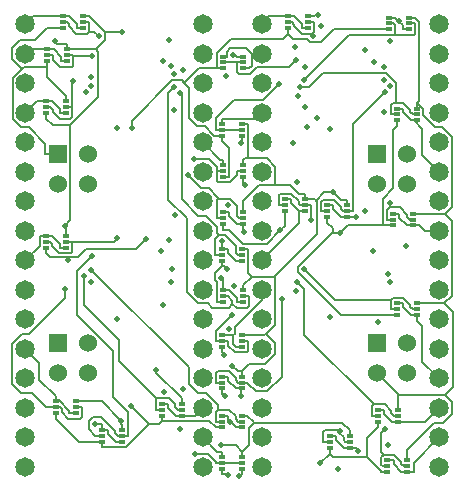
<source format=gbl>
G04 (created by PCBNEW (2013-jul-07)-stable) date Tue 06 Dec 2016 12:22:59 PM PST*
%MOIN*%
G04 Gerber Fmt 3.4, Leading zero omitted, Abs format*
%FSLAX34Y34*%
G01*
G70*
G90*
G04 APERTURE LIST*
%ADD10C,0.00590551*%
%ADD11R,0.06X0.06*%
%ADD12C,0.06*%
%ADD13C,0.065*%
%ADD14R,0.019685X0.0147638*%
%ADD15C,0.02*%
%ADD16C,0.007*%
G04 APERTURE END LIST*
G54D10*
G54D11*
X21744Y-24500D03*
G54D12*
X21744Y-25500D03*
X22744Y-24500D03*
X22744Y-25500D03*
G54D11*
X21744Y-30799D03*
G54D12*
X21744Y-31799D03*
X22744Y-30799D03*
X22744Y-31799D03*
G54D11*
X32374Y-24500D03*
G54D12*
X32374Y-25500D03*
X33374Y-24500D03*
X33374Y-25500D03*
G54D11*
X32374Y-30799D03*
G54D12*
X32374Y-31799D03*
X33374Y-30799D03*
X33374Y-31799D03*
G54D13*
X28543Y-28051D03*
X28543Y-29035D03*
X28543Y-30019D03*
X28543Y-31003D03*
X28543Y-31988D03*
X28543Y-32972D03*
X28543Y-33956D03*
X28543Y-34940D03*
X34448Y-34940D03*
X34448Y-33956D03*
X34448Y-32972D03*
X34448Y-31988D03*
X34448Y-31003D03*
X34448Y-30019D03*
X34448Y-29035D03*
X34448Y-28051D03*
X28543Y-20177D03*
X28543Y-21161D03*
X28543Y-22145D03*
X28543Y-23129D03*
X28543Y-24114D03*
X28543Y-25098D03*
X28543Y-26082D03*
X28543Y-27066D03*
X34448Y-27066D03*
X34448Y-26082D03*
X34448Y-25098D03*
X34448Y-24114D03*
X34448Y-23129D03*
X34448Y-22145D03*
X34448Y-21161D03*
X34448Y-20177D03*
X20669Y-28051D03*
X20669Y-29035D03*
X20669Y-30019D03*
X20669Y-31003D03*
X20669Y-31988D03*
X20669Y-32972D03*
X20669Y-33956D03*
X20669Y-34940D03*
X26574Y-34940D03*
X26574Y-33956D03*
X26574Y-32972D03*
X26574Y-31988D03*
X26574Y-31003D03*
X26574Y-30019D03*
X26574Y-29035D03*
X26574Y-28051D03*
X20669Y-20177D03*
X20669Y-21161D03*
X20669Y-22145D03*
X20669Y-23129D03*
X20669Y-24114D03*
X20669Y-25098D03*
X20669Y-26082D03*
X20669Y-27066D03*
X26574Y-27066D03*
X26574Y-26082D03*
X26574Y-25098D03*
X26574Y-24114D03*
X26574Y-23129D03*
X26574Y-22145D03*
X26574Y-21161D03*
X26574Y-20177D03*
G54D14*
X27933Y-21259D03*
X27933Y-21456D03*
X27933Y-21653D03*
X27263Y-21653D03*
X27263Y-21456D03*
X27263Y-21259D03*
X30098Y-19921D03*
X30098Y-20118D03*
X30098Y-20314D03*
X29429Y-20314D03*
X29429Y-20118D03*
X29429Y-19921D03*
X31476Y-33897D03*
X31476Y-34094D03*
X31476Y-34291D03*
X30807Y-34291D03*
X30807Y-34094D03*
X30807Y-33897D03*
X33405Y-34724D03*
X33405Y-34921D03*
X33405Y-35118D03*
X32736Y-35118D03*
X32736Y-34921D03*
X32736Y-34724D03*
X33090Y-33031D03*
X33090Y-33228D03*
X33090Y-33425D03*
X32421Y-33425D03*
X32421Y-33228D03*
X32421Y-33031D03*
X33720Y-29488D03*
X33720Y-29685D03*
X33720Y-29881D03*
X33051Y-29881D03*
X33051Y-29685D03*
X33051Y-29488D03*
X27893Y-31929D03*
X27893Y-32125D03*
X27893Y-32322D03*
X27224Y-32322D03*
X27224Y-32125D03*
X27224Y-31929D03*
X27893Y-30551D03*
X27893Y-30748D03*
X27893Y-30944D03*
X27224Y-30944D03*
X27224Y-30748D03*
X27224Y-30551D03*
X29980Y-26023D03*
X29980Y-26220D03*
X29980Y-26417D03*
X29311Y-26417D03*
X29311Y-26220D03*
X29311Y-26023D03*
X33602Y-26496D03*
X33602Y-26692D03*
X33602Y-26889D03*
X32933Y-26889D03*
X32933Y-26692D03*
X32933Y-26496D03*
X31397Y-26220D03*
X31397Y-26417D03*
X31397Y-26614D03*
X30728Y-26614D03*
X30728Y-26417D03*
X30728Y-26220D03*
X33720Y-22992D03*
X33720Y-23188D03*
X33720Y-23385D03*
X33051Y-23385D03*
X33051Y-23188D03*
X33051Y-22992D03*
X33444Y-19960D03*
X33444Y-20157D03*
X33444Y-20354D03*
X32775Y-20354D03*
X32775Y-20157D03*
X32775Y-19960D03*
X27893Y-23503D03*
X27893Y-23700D03*
X27893Y-23897D03*
X27224Y-23897D03*
X27224Y-23700D03*
X27224Y-23503D03*
X22578Y-19921D03*
X22578Y-20118D03*
X22578Y-20314D03*
X21909Y-20314D03*
X21909Y-20118D03*
X21909Y-19921D03*
X27893Y-34606D03*
X27893Y-34803D03*
X27893Y-35000D03*
X27224Y-35000D03*
X27224Y-34803D03*
X27224Y-34606D03*
X25885Y-32834D03*
X25885Y-33031D03*
X25885Y-33228D03*
X25216Y-33228D03*
X25216Y-33031D03*
X25216Y-32834D03*
X27893Y-33228D03*
X27893Y-33425D03*
X27893Y-33622D03*
X27224Y-33622D03*
X27224Y-33425D03*
X27224Y-33228D03*
X22342Y-32755D03*
X22342Y-32952D03*
X22342Y-33149D03*
X21673Y-33149D03*
X21673Y-32952D03*
X21673Y-32755D03*
X23877Y-33700D03*
X23877Y-33897D03*
X23877Y-34094D03*
X23208Y-34094D03*
X23208Y-33897D03*
X23208Y-33700D03*
X22027Y-27244D03*
X22027Y-27440D03*
X22027Y-27637D03*
X21358Y-27637D03*
X21358Y-27440D03*
X21358Y-27244D03*
X27933Y-29055D03*
X27933Y-29251D03*
X27933Y-29448D03*
X27263Y-29448D03*
X27263Y-29251D03*
X27263Y-29055D03*
X27893Y-27677D03*
X27893Y-27874D03*
X27893Y-28070D03*
X27224Y-28070D03*
X27224Y-27874D03*
X27224Y-27677D03*
X27933Y-26456D03*
X27933Y-26653D03*
X27933Y-26850D03*
X27263Y-26850D03*
X27263Y-26653D03*
X27263Y-26456D03*
X27933Y-24881D03*
X27933Y-25078D03*
X27933Y-25275D03*
X27263Y-25275D03*
X27263Y-25078D03*
X27263Y-24881D03*
X21358Y-23149D03*
X21358Y-22952D03*
X21358Y-22755D03*
X22027Y-22755D03*
X22027Y-22952D03*
X22027Y-23149D03*
X22066Y-21023D03*
X22066Y-21220D03*
X22066Y-21417D03*
X21397Y-21417D03*
X21397Y-21220D03*
X21397Y-21023D03*
G54D15*
X24212Y-23655D03*
X30500Y-34818D03*
X27313Y-32568D03*
X27433Y-35208D03*
X31145Y-27151D03*
X27393Y-28336D03*
X27272Y-31201D03*
X24704Y-27325D03*
X22095Y-28028D03*
X29168Y-27050D03*
X24181Y-32913D03*
X27410Y-26211D03*
X29981Y-22928D03*
X27615Y-28908D03*
X30386Y-23292D03*
X25463Y-20717D03*
X23730Y-23656D03*
X27440Y-30339D03*
X23720Y-30021D03*
X29648Y-20929D03*
X30807Y-23679D03*
X33361Y-27558D03*
X30832Y-29953D03*
X27354Y-21904D03*
X25637Y-23031D03*
X25283Y-32442D03*
X25268Y-29551D03*
X32810Y-20743D03*
X32607Y-23100D03*
X32755Y-34217D03*
X32419Y-30093D03*
X25924Y-21722D03*
X25547Y-28347D03*
X32606Y-22028D03*
X32270Y-27730D03*
X32283Y-21430D03*
X25184Y-27730D03*
X25519Y-21586D03*
X25637Y-21851D03*
X25451Y-27380D03*
X32612Y-21605D03*
X29728Y-25432D03*
X22690Y-22440D03*
X29759Y-22562D03*
X22839Y-28773D03*
X29693Y-29064D03*
X31102Y-34997D03*
X23121Y-20586D03*
X23737Y-27321D03*
X30242Y-20573D03*
X30176Y-26723D03*
X22887Y-21253D03*
X29690Y-21369D03*
X27571Y-29874D03*
X22896Y-27911D03*
X30063Y-23610D03*
X29985Y-21593D03*
X29219Y-29336D03*
X23001Y-33493D03*
X29595Y-24131D03*
X27862Y-32569D03*
X22245Y-22078D03*
X22001Y-29014D03*
X29115Y-22185D03*
X27842Y-24146D03*
X26304Y-24668D03*
X22863Y-21947D03*
X22860Y-28363D03*
X29958Y-22050D03*
X29960Y-28347D03*
X27986Y-25525D03*
X27496Y-33450D03*
X33113Y-20063D03*
X26079Y-25213D03*
X22869Y-22233D03*
X22627Y-28571D03*
X29809Y-22284D03*
X29735Y-28771D03*
X27953Y-27097D03*
X25824Y-22467D03*
X26311Y-34495D03*
X25523Y-28764D03*
X32647Y-22452D03*
X32662Y-33664D03*
X32814Y-28767D03*
X27224Y-27421D03*
X27802Y-35251D03*
X31698Y-26614D03*
X25625Y-22274D03*
X32818Y-26130D03*
X32817Y-22237D03*
X31170Y-33755D03*
X32745Y-28495D03*
X27192Y-28628D03*
X31764Y-34394D03*
X25269Y-21411D03*
X31998Y-21030D03*
X31988Y-26415D03*
X23862Y-33393D03*
X27197Y-34213D03*
X30422Y-19866D03*
X21640Y-20748D03*
X27551Y-31560D03*
X23898Y-20449D03*
X27603Y-21194D03*
X21975Y-26895D03*
X30930Y-25789D03*
X25031Y-31708D03*
X30514Y-20239D03*
X25909Y-32349D03*
X25814Y-33658D03*
X25639Y-26540D03*
G54D16*
X27224Y-23897D02*
X27224Y-24076D01*
X27263Y-25275D02*
X27467Y-25275D01*
X21673Y-33149D02*
X21673Y-33328D01*
X30807Y-34291D02*
X30807Y-34470D01*
X27224Y-32322D02*
X27224Y-32501D01*
X27247Y-32501D02*
X27224Y-32501D01*
X27313Y-32568D02*
X27247Y-32501D01*
X27224Y-35000D02*
X27224Y-35178D01*
X27403Y-35178D02*
X27224Y-35178D01*
X27433Y-35208D02*
X27403Y-35178D01*
X30728Y-26614D02*
X30728Y-26793D01*
X27263Y-21653D02*
X27060Y-21653D01*
X27263Y-26850D02*
X27263Y-27029D01*
X21744Y-24500D02*
X21338Y-24500D01*
X21397Y-21417D02*
X21397Y-21596D01*
X22027Y-22755D02*
X22027Y-22576D01*
X21397Y-21947D02*
X22027Y-22576D01*
X21397Y-21596D02*
X21397Y-21947D01*
X27467Y-24319D02*
X27467Y-25275D01*
X27224Y-24076D02*
X27467Y-24319D01*
X30826Y-34489D02*
X30826Y-34492D01*
X30807Y-34470D02*
X30826Y-34489D01*
X30826Y-34492D02*
X30500Y-34818D01*
X32532Y-35077D02*
X32532Y-35118D01*
X32054Y-34599D02*
X32532Y-35077D01*
X32054Y-33971D02*
X32054Y-34599D01*
X32421Y-33604D02*
X32054Y-33971D01*
X30934Y-34599D02*
X30826Y-34492D01*
X32054Y-34599D02*
X30934Y-34599D01*
X32421Y-33425D02*
X32421Y-33604D01*
X32736Y-35118D02*
X32532Y-35118D01*
X33051Y-23385D02*
X33051Y-23564D01*
X32574Y-25991D02*
X32574Y-26889D01*
X32923Y-25641D02*
X32574Y-25991D01*
X32923Y-23692D02*
X32923Y-25641D01*
X33051Y-23564D02*
X32923Y-23692D01*
X31407Y-26889D02*
X32574Y-26889D01*
X31145Y-27151D02*
X31407Y-26889D01*
X32574Y-26889D02*
X32933Y-26889D01*
X26134Y-22310D02*
X25962Y-22139D01*
X26134Y-23321D02*
X26134Y-22310D01*
X26385Y-23572D02*
X26134Y-23321D01*
X26641Y-23572D02*
X26385Y-23572D01*
X26966Y-23897D02*
X26641Y-23572D01*
X27224Y-23897D02*
X26966Y-23897D01*
X27263Y-29448D02*
X27060Y-29448D01*
X27060Y-28786D02*
X27060Y-29448D01*
X26987Y-28713D02*
X27060Y-28786D01*
X26987Y-28486D02*
X26987Y-28713D01*
X27224Y-28249D02*
X26987Y-28486D01*
X27294Y-28237D02*
X27224Y-28237D01*
X27294Y-28237D02*
X27294Y-28237D01*
X27393Y-28336D02*
X27294Y-28237D01*
X27224Y-28070D02*
X27224Y-28237D01*
X27224Y-28237D02*
X27224Y-28249D01*
X25880Y-22056D02*
X25962Y-22139D01*
X25553Y-22056D02*
X25880Y-22056D01*
X24212Y-23397D02*
X25553Y-22056D01*
X24212Y-23655D02*
X24212Y-23397D01*
X30917Y-26981D02*
X30728Y-26793D01*
X30917Y-27100D02*
X30917Y-26981D01*
X30967Y-27151D02*
X30917Y-27100D01*
X31145Y-27151D02*
X30967Y-27151D01*
X31189Y-29881D02*
X33051Y-29881D01*
X29755Y-28447D02*
X31189Y-29881D01*
X29755Y-28262D02*
X29755Y-28447D01*
X30917Y-27100D02*
X29755Y-28262D01*
X21358Y-27637D02*
X21358Y-27816D01*
X27272Y-31171D02*
X27224Y-31123D01*
X27272Y-31201D02*
X27272Y-31171D01*
X27224Y-30944D02*
X27224Y-31123D01*
X21382Y-20314D02*
X21909Y-20314D01*
X20978Y-20718D02*
X21382Y-20314D01*
X20479Y-20718D02*
X20978Y-20718D01*
X20229Y-20969D02*
X20479Y-20718D01*
X20229Y-21342D02*
X20229Y-20969D01*
X20545Y-21658D02*
X20229Y-21342D01*
X20608Y-21596D02*
X20545Y-21658D01*
X21397Y-21596D02*
X20608Y-21596D01*
X21338Y-24174D02*
X21338Y-24500D01*
X20786Y-23622D02*
X21338Y-24174D01*
X20527Y-23622D02*
X20786Y-23622D01*
X20239Y-23333D02*
X20527Y-23622D01*
X20239Y-21965D02*
X20239Y-23333D01*
X20545Y-21658D02*
X20239Y-21965D01*
X26448Y-21653D02*
X27060Y-21653D01*
X25962Y-22139D02*
X26448Y-21653D01*
X29429Y-20314D02*
X29429Y-20493D01*
X29253Y-20669D02*
X29429Y-20493D01*
X27521Y-20669D02*
X29253Y-20669D01*
X27060Y-21130D02*
X27521Y-20669D01*
X27060Y-21653D02*
X27060Y-21130D01*
X21498Y-27956D02*
X22095Y-27956D01*
X21358Y-27816D02*
X21498Y-27956D01*
X24340Y-27689D02*
X24704Y-27325D01*
X22680Y-27689D02*
X24340Y-27689D01*
X22412Y-27956D02*
X22680Y-27689D01*
X22095Y-27956D02*
X22412Y-27956D01*
X22095Y-28028D02*
X22095Y-27956D01*
X29311Y-26907D02*
X29168Y-27050D01*
X29311Y-26417D02*
X29311Y-26907D01*
X27442Y-27029D02*
X27263Y-27029D01*
X27911Y-27498D02*
X27442Y-27029D01*
X28720Y-27498D02*
X27911Y-27498D01*
X29168Y-27050D02*
X28720Y-27498D01*
X25216Y-33228D02*
X25216Y-33407D01*
X22439Y-34094D02*
X23208Y-34094D01*
X21673Y-33328D02*
X22439Y-34094D01*
X23208Y-34094D02*
X23208Y-34273D01*
X26804Y-33407D02*
X25216Y-33407D01*
X27019Y-33622D02*
X26804Y-33407D01*
X27224Y-33622D02*
X27019Y-33622D01*
X24029Y-34273D02*
X24785Y-33517D01*
X23208Y-34273D02*
X24029Y-34273D01*
X25106Y-33517D02*
X24785Y-33517D01*
X25216Y-33407D02*
X25106Y-33517D01*
X24785Y-33517D02*
X24181Y-32913D01*
X30949Y-20354D02*
X32775Y-20354D01*
X30524Y-20778D02*
X30949Y-20354D01*
X30157Y-20778D02*
X30524Y-20778D01*
X30040Y-20661D02*
X30157Y-20778D01*
X29596Y-20661D02*
X30040Y-20661D01*
X29429Y-20493D02*
X29596Y-20661D01*
X22578Y-20118D02*
X22782Y-20118D01*
X22782Y-20434D02*
X22782Y-20118D01*
X22061Y-20118D02*
X21909Y-20118D01*
X22113Y-20170D02*
X22061Y-20118D01*
X22113Y-20256D02*
X22113Y-20170D01*
X22355Y-20499D02*
X22113Y-20256D01*
X22717Y-20499D02*
X22355Y-20499D01*
X22782Y-20434D02*
X22717Y-20499D01*
X22969Y-20434D02*
X23121Y-20586D01*
X22782Y-20434D02*
X22969Y-20434D01*
X22027Y-27440D02*
X22231Y-27440D01*
X22231Y-27781D02*
X22231Y-27440D01*
X22195Y-27816D02*
X22231Y-27781D01*
X21804Y-27816D02*
X22195Y-27816D01*
X21561Y-27573D02*
X21804Y-27816D01*
X21561Y-27513D02*
X21561Y-27573D01*
X21489Y-27440D02*
X21561Y-27513D01*
X21358Y-27440D02*
X21489Y-27440D01*
X23618Y-27440D02*
X23737Y-27321D01*
X22231Y-27440D02*
X23618Y-27440D01*
X30098Y-20118D02*
X30301Y-20118D01*
X30231Y-20562D02*
X30242Y-20573D01*
X30231Y-20513D02*
X30231Y-20562D01*
X29894Y-20513D02*
X30231Y-20513D01*
X29632Y-20251D02*
X29894Y-20513D01*
X29632Y-20197D02*
X29632Y-20251D01*
X29553Y-20118D02*
X29632Y-20197D01*
X29429Y-20118D02*
X29553Y-20118D01*
X30301Y-20442D02*
X30301Y-20118D01*
X30231Y-20513D02*
X30301Y-20442D01*
X29311Y-26220D02*
X29107Y-26220D01*
X29828Y-26220D02*
X29980Y-26220D01*
X29776Y-26168D02*
X29828Y-26220D01*
X29776Y-26082D02*
X29776Y-26168D01*
X29538Y-25844D02*
X29776Y-26082D01*
X29146Y-25844D02*
X29538Y-25844D01*
X29107Y-25883D02*
X29146Y-25844D01*
X29107Y-26220D02*
X29107Y-25883D01*
X30183Y-26715D02*
X30176Y-26723D01*
X30183Y-26220D02*
X30183Y-26715D01*
X29980Y-26220D02*
X30183Y-26220D01*
X20925Y-19921D02*
X21909Y-19921D01*
X20669Y-20177D02*
X20925Y-19921D01*
X22375Y-20183D02*
X22375Y-20314D01*
X22112Y-19921D02*
X22375Y-20183D01*
X21909Y-19921D02*
X22112Y-19921D01*
X22578Y-20314D02*
X22375Y-20314D01*
X21154Y-27565D02*
X20669Y-28051D01*
X21154Y-27244D02*
X21154Y-27565D01*
X21256Y-27244D02*
X21154Y-27244D01*
X21256Y-27244D02*
X21358Y-27244D01*
X21824Y-27506D02*
X21824Y-27637D01*
X21561Y-27244D02*
X21824Y-27506D01*
X21358Y-27244D02*
X21561Y-27244D01*
X22027Y-27637D02*
X21824Y-27637D01*
X28799Y-19921D02*
X29429Y-19921D01*
X28543Y-20177D02*
X28799Y-19921D01*
X29894Y-20183D02*
X29894Y-20314D01*
X29632Y-19921D02*
X29894Y-20183D01*
X29429Y-19921D02*
X29632Y-19921D01*
X30098Y-20314D02*
X29894Y-20314D01*
X29980Y-26417D02*
X29776Y-26417D01*
X29514Y-26155D02*
X29776Y-26417D01*
X29514Y-26023D02*
X29514Y-26155D01*
X29311Y-26023D02*
X29514Y-26023D01*
X29776Y-26817D02*
X28543Y-28051D01*
X29776Y-26417D02*
X29776Y-26817D01*
X22066Y-21220D02*
X22270Y-21220D01*
X22270Y-21253D02*
X22887Y-21253D01*
X22270Y-21560D02*
X22270Y-21253D01*
X22234Y-21596D02*
X22270Y-21560D01*
X21837Y-21596D02*
X22234Y-21596D01*
X21601Y-21360D02*
X21837Y-21596D01*
X21601Y-21220D02*
X21601Y-21360D01*
X22270Y-21253D02*
X22270Y-21220D01*
X21397Y-21220D02*
X21601Y-21220D01*
X27710Y-21765D02*
X27710Y-21456D01*
X27777Y-21832D02*
X27710Y-21765D01*
X28167Y-21832D02*
X27777Y-21832D01*
X28396Y-21603D02*
X28167Y-21832D01*
X29455Y-21603D02*
X28396Y-21603D01*
X29690Y-21369D02*
X29455Y-21603D01*
X27263Y-21456D02*
X27710Y-21456D01*
X27710Y-21456D02*
X27933Y-21456D01*
X27893Y-30748D02*
X28097Y-30748D01*
X28097Y-31076D02*
X28097Y-30748D01*
X28050Y-31123D02*
X28097Y-31076D01*
X27647Y-31123D02*
X28050Y-31123D01*
X27427Y-30904D02*
X27647Y-31123D01*
X27427Y-30748D02*
X27427Y-30904D01*
X27326Y-30748D02*
X27427Y-30748D01*
X27326Y-30748D02*
X27224Y-30748D01*
X27020Y-30424D02*
X27571Y-29874D01*
X27020Y-30748D02*
X27020Y-30424D01*
X27224Y-30748D02*
X27020Y-30748D01*
X20807Y-21023D02*
X21397Y-21023D01*
X20669Y-21161D02*
X20807Y-21023D01*
X21863Y-21280D02*
X21863Y-21417D01*
X21606Y-21023D02*
X21863Y-21280D01*
X21397Y-21023D02*
X21606Y-21023D01*
X22066Y-21417D02*
X21863Y-21417D01*
X27263Y-21259D02*
X27378Y-21259D01*
X27933Y-21653D02*
X28136Y-21653D01*
X28543Y-21161D02*
X28210Y-21161D01*
X28020Y-20971D02*
X28210Y-21161D01*
X27505Y-20971D02*
X28020Y-20971D01*
X27378Y-21099D02*
X27505Y-20971D01*
X27378Y-21259D02*
X27378Y-21099D01*
X28210Y-21580D02*
X28136Y-21653D01*
X28210Y-21161D02*
X28210Y-21580D01*
X27893Y-30944D02*
X27690Y-30944D01*
X27224Y-30551D02*
X27427Y-30551D01*
X27427Y-30551D02*
X27594Y-30551D01*
X27594Y-30848D02*
X27594Y-30551D01*
X27690Y-30944D02*
X27594Y-30848D01*
X28543Y-29386D02*
X28543Y-29035D01*
X27646Y-30284D02*
X28543Y-29386D01*
X27646Y-30499D02*
X27646Y-30284D01*
X27594Y-30551D02*
X27646Y-30499D01*
X23208Y-33897D02*
X23005Y-33897D01*
X23742Y-33897D02*
X23877Y-33897D01*
X23657Y-33812D02*
X23742Y-33897D01*
X23657Y-33746D02*
X23657Y-33812D01*
X23181Y-33270D02*
X23657Y-33746D01*
X22933Y-33270D02*
X23181Y-33270D01*
X22795Y-33408D02*
X22933Y-33270D01*
X22795Y-33687D02*
X22795Y-33408D01*
X23005Y-33897D02*
X22795Y-33687D01*
X22404Y-28404D02*
X22896Y-27911D01*
X22404Y-29886D02*
X22404Y-28404D01*
X23582Y-31064D02*
X22404Y-29886D01*
X23582Y-32605D02*
X23582Y-31064D01*
X24081Y-33103D02*
X23582Y-32605D01*
X24081Y-33897D02*
X24081Y-33103D01*
X23877Y-33897D02*
X24081Y-33897D01*
X27224Y-32125D02*
X27020Y-32125D01*
X27757Y-32125D02*
X27893Y-32125D01*
X27673Y-32042D02*
X27757Y-32125D01*
X27673Y-31976D02*
X27673Y-32042D01*
X27442Y-31745D02*
X27673Y-31976D01*
X27084Y-31745D02*
X27442Y-31745D01*
X27020Y-31808D02*
X27084Y-31745D01*
X27020Y-32125D02*
X27020Y-31808D01*
X29219Y-31927D02*
X29219Y-29336D01*
X28724Y-32422D02*
X29219Y-31927D01*
X28359Y-32422D02*
X28724Y-32422D01*
X28097Y-32160D02*
X28359Y-32422D01*
X28097Y-32125D02*
X28097Y-32160D01*
X27893Y-32125D02*
X28097Y-32125D01*
X23412Y-33832D02*
X23674Y-34094D01*
X23412Y-33700D02*
X23412Y-33832D01*
X23877Y-34094D02*
X23674Y-34094D01*
X23310Y-33700D02*
X23412Y-33700D01*
X23310Y-33700D02*
X23208Y-33700D01*
X23208Y-33700D02*
X23208Y-33521D01*
X23029Y-33521D02*
X23208Y-33521D01*
X23001Y-33493D02*
X23029Y-33521D01*
X27427Y-32060D02*
X27690Y-32322D01*
X27427Y-31929D02*
X27427Y-32060D01*
X27224Y-31929D02*
X27427Y-31929D01*
X27826Y-32322D02*
X27690Y-32322D01*
X27826Y-32322D02*
X27830Y-32322D01*
X27893Y-32322D02*
X27862Y-32322D01*
X27862Y-32322D02*
X27830Y-32322D01*
X27862Y-32322D02*
X27862Y-32569D01*
X22027Y-22952D02*
X22196Y-22952D01*
X21488Y-22952D02*
X21358Y-22952D01*
X21578Y-23042D02*
X21488Y-22952D01*
X21578Y-23113D02*
X21578Y-23042D01*
X21810Y-23345D02*
X21578Y-23113D01*
X22167Y-23345D02*
X21810Y-23345D01*
X22231Y-23282D02*
X22167Y-23345D01*
X22231Y-22952D02*
X22231Y-23282D01*
X22196Y-22952D02*
X22231Y-22952D01*
X22231Y-22092D02*
X22245Y-22078D01*
X22231Y-22952D02*
X22231Y-22092D01*
X22231Y-22952D02*
X22231Y-22952D01*
X22342Y-32952D02*
X22546Y-32952D01*
X21817Y-32952D02*
X21673Y-32952D01*
X21888Y-33023D02*
X21817Y-32952D01*
X21888Y-33122D02*
X21888Y-33023D01*
X22095Y-33329D02*
X21888Y-33122D01*
X22502Y-33329D02*
X22095Y-33329D01*
X22546Y-33286D02*
X22502Y-33329D01*
X22546Y-32952D02*
X22546Y-33286D01*
X22001Y-29296D02*
X22001Y-29014D01*
X20786Y-30511D02*
X22001Y-29296D01*
X20550Y-30511D02*
X20786Y-30511D01*
X20226Y-30836D02*
X20550Y-30511D01*
X20226Y-32179D02*
X20226Y-30836D01*
X20527Y-32480D02*
X20226Y-32179D01*
X20897Y-32480D02*
X20527Y-32480D01*
X21369Y-32952D02*
X20897Y-32480D01*
X21673Y-32952D02*
X21369Y-32952D01*
X27893Y-23700D02*
X27224Y-23700D01*
X28601Y-22699D02*
X29115Y-22185D01*
X27630Y-22699D02*
X28601Y-22699D01*
X27020Y-23309D02*
X27630Y-22699D01*
X27020Y-23700D02*
X27020Y-23309D01*
X27224Y-23700D02*
X27020Y-23700D01*
X21043Y-22755D02*
X20669Y-23129D01*
X21358Y-22755D02*
X21043Y-22755D01*
X21824Y-23018D02*
X21561Y-22755D01*
X21824Y-23149D02*
X21824Y-23018D01*
X22027Y-23149D02*
X21824Y-23149D01*
X21358Y-22755D02*
X21561Y-22755D01*
X21129Y-31464D02*
X20669Y-31003D01*
X21129Y-32033D02*
X21129Y-31464D01*
X21673Y-32576D02*
X21129Y-32033D01*
X21673Y-32755D02*
X21673Y-32720D01*
X21673Y-32720D02*
X21673Y-32576D01*
X22138Y-33075D02*
X22138Y-33149D01*
X21784Y-32720D02*
X22138Y-33075D01*
X21673Y-32720D02*
X21784Y-32720D01*
X22342Y-33149D02*
X22138Y-33149D01*
X27224Y-23503D02*
X27224Y-23325D01*
X28348Y-23325D02*
X28543Y-23129D01*
X27224Y-23325D02*
X28348Y-23325D01*
X27893Y-24095D02*
X27893Y-23897D01*
X27842Y-24146D02*
X27893Y-24095D01*
X27729Y-25224D02*
X27729Y-25078D01*
X27499Y-25454D02*
X27729Y-25224D01*
X27098Y-25454D02*
X27499Y-25454D01*
X27060Y-25416D02*
X27098Y-25454D01*
X27060Y-25078D02*
X27060Y-25416D01*
X27933Y-25078D02*
X27729Y-25078D01*
X27263Y-25078D02*
X27097Y-25078D01*
X27097Y-25078D02*
X27060Y-25078D01*
X26778Y-24668D02*
X26304Y-24668D01*
X27060Y-24950D02*
X26778Y-24668D01*
X27060Y-25041D02*
X27060Y-24950D01*
X27097Y-25078D02*
X27060Y-25041D01*
X27224Y-33425D02*
X27020Y-33425D01*
X27467Y-33040D02*
X27090Y-33040D01*
X27673Y-33246D02*
X27467Y-33040D01*
X27673Y-33336D02*
X27673Y-33246D01*
X27761Y-33425D02*
X27673Y-33336D01*
X27893Y-33425D02*
X27761Y-33425D01*
X27020Y-33109D02*
X27020Y-33425D01*
X27090Y-33040D02*
X27020Y-33109D01*
X26114Y-31616D02*
X22860Y-28363D01*
X26114Y-32168D02*
X26114Y-31616D01*
X26425Y-32480D02*
X26114Y-32168D01*
X26695Y-32480D02*
X26425Y-32480D01*
X27090Y-32874D02*
X26695Y-32480D01*
X27090Y-33040D02*
X27090Y-32874D01*
X33444Y-20157D02*
X33648Y-20157D01*
X32980Y-20221D02*
X32980Y-20537D01*
X32917Y-20157D02*
X32980Y-20221D01*
X32775Y-20157D02*
X32917Y-20157D01*
X33612Y-20537D02*
X32980Y-20537D01*
X33648Y-20500D02*
X33612Y-20537D01*
X33648Y-20157D02*
X33648Y-20500D01*
X31471Y-20537D02*
X32980Y-20537D01*
X29958Y-22050D02*
X31471Y-20537D01*
X33051Y-29685D02*
X32847Y-29685D01*
X30979Y-29366D02*
X29960Y-28347D01*
X32847Y-29366D02*
X30979Y-29366D01*
X32847Y-29685D02*
X32847Y-29366D01*
X33584Y-29685D02*
X33720Y-29685D01*
X33500Y-29600D02*
X33584Y-29685D01*
X33500Y-29534D02*
X33500Y-29600D01*
X33271Y-29306D02*
X33500Y-29534D01*
X32908Y-29306D02*
X33271Y-29306D01*
X32847Y-29366D02*
X32908Y-29306D01*
X27933Y-25275D02*
X27933Y-25454D01*
X27933Y-25472D02*
X27986Y-25525D01*
X27933Y-25454D02*
X27933Y-25472D01*
X27163Y-24702D02*
X26574Y-24114D01*
X27263Y-24702D02*
X27163Y-24702D01*
X27263Y-24881D02*
X27263Y-24702D01*
X27224Y-33228D02*
X27427Y-33228D01*
X27893Y-33622D02*
X27690Y-33622D01*
X27507Y-33439D02*
X27496Y-33450D01*
X27690Y-33622D02*
X27507Y-33439D01*
X27427Y-33359D02*
X27427Y-33228D01*
X27507Y-33439D02*
X27427Y-33359D01*
X33444Y-20354D02*
X33241Y-20354D01*
X32775Y-19960D02*
X32979Y-19960D01*
X33097Y-20078D02*
X33113Y-20063D01*
X33241Y-20222D02*
X33097Y-20078D01*
X33241Y-20354D02*
X33241Y-20222D01*
X33097Y-20078D02*
X32979Y-19960D01*
X33899Y-31438D02*
X34448Y-31988D01*
X33899Y-30239D02*
X33899Y-31438D01*
X33720Y-30060D02*
X33899Y-30239D01*
X33720Y-29881D02*
X33720Y-30060D01*
X33254Y-29619D02*
X33516Y-29881D01*
X33254Y-29488D02*
X33254Y-29619D01*
X33051Y-29488D02*
X33254Y-29488D01*
X33720Y-29881D02*
X33516Y-29881D01*
X27263Y-26653D02*
X27060Y-26653D01*
X27060Y-26049D02*
X27105Y-26004D01*
X27060Y-26653D02*
X27060Y-26049D01*
X27793Y-26653D02*
X27933Y-26653D01*
X27729Y-26589D02*
X27793Y-26653D01*
X27729Y-26232D02*
X27729Y-26589D01*
X27501Y-26004D02*
X27729Y-26232D01*
X27105Y-26004D02*
X27501Y-26004D01*
X26518Y-25652D02*
X26079Y-25213D01*
X26796Y-25652D02*
X26518Y-25652D01*
X27105Y-25961D02*
X26796Y-25652D01*
X27105Y-26004D02*
X27105Y-25961D01*
X25216Y-33031D02*
X25012Y-33031D01*
X25752Y-33031D02*
X25885Y-33031D01*
X25665Y-32944D02*
X25752Y-33031D01*
X25665Y-32855D02*
X25665Y-32944D01*
X25465Y-32655D02*
X25665Y-32855D01*
X25012Y-32655D02*
X25465Y-32655D01*
X25012Y-33031D02*
X25012Y-32655D01*
X22627Y-29546D02*
X22627Y-28571D01*
X23772Y-30691D02*
X22627Y-29546D01*
X23772Y-31414D02*
X23772Y-30691D01*
X25012Y-32655D02*
X23772Y-31414D01*
X33051Y-23188D02*
X32847Y-23188D01*
X30129Y-22284D02*
X29809Y-22284D01*
X30598Y-21815D02*
X30129Y-22284D01*
X32699Y-21815D02*
X30598Y-21815D01*
X33026Y-22142D02*
X32699Y-21815D01*
X33026Y-22798D02*
X33026Y-22142D01*
X32922Y-22798D02*
X33026Y-22798D01*
X32847Y-22873D02*
X32922Y-22798D01*
X32847Y-23188D02*
X32847Y-22873D01*
X33586Y-23188D02*
X33720Y-23188D01*
X33500Y-23103D02*
X33586Y-23188D01*
X33500Y-23035D02*
X33500Y-23103D01*
X33264Y-22798D02*
X33500Y-23035D01*
X33026Y-22798D02*
X33264Y-22798D01*
X32421Y-33228D02*
X32217Y-33228D01*
X32217Y-32911D02*
X32217Y-33228D01*
X32285Y-32843D02*
X32217Y-32911D01*
X32643Y-32843D02*
X32285Y-32843D01*
X32870Y-33070D02*
X32643Y-32843D01*
X32870Y-33140D02*
X32870Y-33070D01*
X32958Y-33228D02*
X32870Y-33140D01*
X33090Y-33228D02*
X32958Y-33228D01*
X29968Y-29004D02*
X29735Y-28771D01*
X29968Y-30525D02*
X29968Y-29004D01*
X32285Y-32843D02*
X29968Y-30525D01*
X27467Y-26588D02*
X27467Y-26456D01*
X27729Y-26850D02*
X27467Y-26588D01*
X27933Y-27077D02*
X27953Y-27097D01*
X27933Y-26850D02*
X27933Y-27077D01*
X27933Y-26850D02*
X27729Y-26850D01*
X27263Y-26456D02*
X27467Y-26456D01*
X26318Y-33228D02*
X26574Y-32972D01*
X25885Y-33228D02*
X26318Y-33228D01*
X25420Y-32966D02*
X25682Y-33228D01*
X25420Y-32834D02*
X25420Y-32966D01*
X25216Y-32834D02*
X25420Y-32834D01*
X25885Y-33228D02*
X25682Y-33228D01*
X33254Y-23123D02*
X33516Y-23385D01*
X33254Y-22992D02*
X33254Y-23123D01*
X33051Y-22992D02*
X33254Y-22992D01*
X33720Y-23385D02*
X33618Y-23385D01*
X33618Y-23385D02*
X33516Y-23385D01*
X33894Y-24544D02*
X34448Y-25098D01*
X33894Y-23661D02*
X33894Y-24544D01*
X33618Y-23385D02*
X33894Y-23661D01*
X33996Y-33425D02*
X34448Y-32972D01*
X33090Y-33425D02*
X33996Y-33425D01*
X32624Y-33162D02*
X32887Y-33425D01*
X32624Y-33031D02*
X32624Y-33162D01*
X32421Y-33031D02*
X32624Y-33031D01*
X33090Y-33425D02*
X32887Y-33425D01*
X27224Y-27874D02*
X27020Y-27874D01*
X25873Y-22516D02*
X25824Y-22467D01*
X25873Y-26018D02*
X25873Y-22516D01*
X26429Y-26574D02*
X25873Y-26018D01*
X26702Y-26574D02*
X26429Y-26574D01*
X27060Y-26932D02*
X26702Y-26574D01*
X27060Y-27155D02*
X27060Y-26932D01*
X27120Y-27215D02*
X27060Y-27155D01*
X27004Y-27331D02*
X27120Y-27215D01*
X27004Y-27858D02*
X27004Y-27331D01*
X27020Y-27874D02*
X27004Y-27858D01*
X27742Y-27874D02*
X27893Y-27874D01*
X27673Y-27805D02*
X27742Y-27874D01*
X27673Y-27578D02*
X27673Y-27805D01*
X27310Y-27215D02*
X27673Y-27578D01*
X27120Y-27215D02*
X27310Y-27215D01*
X27893Y-34803D02*
X27224Y-34803D01*
X26746Y-34495D02*
X26311Y-34495D01*
X27020Y-34769D02*
X26746Y-34495D01*
X27020Y-34803D02*
X27020Y-34769D01*
X27224Y-34803D02*
X27020Y-34803D01*
X30728Y-26417D02*
X30524Y-26417D01*
X31270Y-26417D02*
X31397Y-26417D01*
X31194Y-26340D02*
X31270Y-26417D01*
X31194Y-26282D02*
X31194Y-26340D01*
X30945Y-26033D02*
X31194Y-26282D01*
X30594Y-26033D02*
X30945Y-26033D01*
X30524Y-26102D02*
X30594Y-26033D01*
X30524Y-26417D02*
X30524Y-26102D01*
X31601Y-23499D02*
X32647Y-22452D01*
X31601Y-26417D02*
X31601Y-23499D01*
X31397Y-26417D02*
X31601Y-26417D01*
X32532Y-33794D02*
X32662Y-33664D01*
X32532Y-34446D02*
X32532Y-33794D01*
X32611Y-34525D02*
X32532Y-34446D01*
X32532Y-34605D02*
X32611Y-34525D01*
X32532Y-34869D02*
X32532Y-34605D01*
X32584Y-34921D02*
X32532Y-34869D01*
X32736Y-34921D02*
X32584Y-34921D01*
X33272Y-34921D02*
X33405Y-34921D01*
X33185Y-34834D02*
X33272Y-34921D01*
X33185Y-34765D02*
X33185Y-34834D01*
X32945Y-34525D02*
X33185Y-34765D01*
X32611Y-34525D02*
X32945Y-34525D01*
X27893Y-28070D02*
X27690Y-28070D01*
X27224Y-27421D02*
X27224Y-27677D01*
X27427Y-27808D02*
X27690Y-28070D01*
X27427Y-27677D02*
X27427Y-27808D01*
X27224Y-27677D02*
X27427Y-27677D01*
X27045Y-34427D02*
X26574Y-33956D01*
X27224Y-34427D02*
X27045Y-34427D01*
X27224Y-34606D02*
X27224Y-34427D01*
X27875Y-35178D02*
X27893Y-35178D01*
X27802Y-35251D02*
X27875Y-35178D01*
X27893Y-35000D02*
X27893Y-35178D01*
X30931Y-26351D02*
X31194Y-26614D01*
X30931Y-26220D02*
X30931Y-26351D01*
X30728Y-26220D02*
X30931Y-26220D01*
X31397Y-26614D02*
X31194Y-26614D01*
X31397Y-26614D02*
X31698Y-26614D01*
X33609Y-34796D02*
X34448Y-33956D01*
X33609Y-35118D02*
X33609Y-34796D01*
X33405Y-35118D02*
X33609Y-35118D01*
X32939Y-34855D02*
X33201Y-35118D01*
X32939Y-34724D02*
X32939Y-34855D01*
X32736Y-34724D02*
X32939Y-34724D01*
X33405Y-35118D02*
X33201Y-35118D01*
X27933Y-29251D02*
X28136Y-29251D01*
X27567Y-29404D02*
X27567Y-29501D01*
X27415Y-29251D02*
X27567Y-29404D01*
X27263Y-29251D02*
X27415Y-29251D01*
X28136Y-29570D02*
X28136Y-29251D01*
X28061Y-29646D02*
X28136Y-29570D01*
X27711Y-29646D02*
X28061Y-29646D01*
X27567Y-29501D02*
X27711Y-29646D01*
X25431Y-22468D02*
X25625Y-22274D01*
X25431Y-26033D02*
X25431Y-22468D01*
X26047Y-26649D02*
X25431Y-26033D01*
X26047Y-29122D02*
X26047Y-26649D01*
X26409Y-29483D02*
X26047Y-29122D01*
X26741Y-29483D02*
X26409Y-29483D01*
X26885Y-29627D02*
X26741Y-29483D01*
X27441Y-29627D02*
X26885Y-29627D01*
X27567Y-29501D02*
X27441Y-29627D01*
X32933Y-26692D02*
X32729Y-26692D01*
X32818Y-26287D02*
X32818Y-26130D01*
X32729Y-26376D02*
X32818Y-26287D01*
X32729Y-26692D02*
X32729Y-26376D01*
X33474Y-26692D02*
X33602Y-26692D01*
X33382Y-26601D02*
X33474Y-26692D01*
X33382Y-26527D02*
X33382Y-26601D01*
X33142Y-26287D02*
X33382Y-26527D01*
X32818Y-26287D02*
X33142Y-26287D01*
X30807Y-34094D02*
X30603Y-34094D01*
X31272Y-33940D02*
X31128Y-33796D01*
X31272Y-34042D02*
X31272Y-33940D01*
X31324Y-34094D02*
X31272Y-34042D01*
X31476Y-34094D02*
X31324Y-34094D01*
X30603Y-33770D02*
X30603Y-34094D01*
X30666Y-33707D02*
X30603Y-33770D01*
X31039Y-33707D02*
X30666Y-33707D01*
X31128Y-33796D02*
X31039Y-33707D01*
X31128Y-33796D02*
X31170Y-33755D01*
X27933Y-29448D02*
X27729Y-29448D01*
X27263Y-28699D02*
X27192Y-28628D01*
X27263Y-29055D02*
X27263Y-28699D01*
X27729Y-29317D02*
X27729Y-29448D01*
X27467Y-29055D02*
X27729Y-29317D01*
X27263Y-29055D02*
X27467Y-29055D01*
X33983Y-27066D02*
X33805Y-26889D01*
X34448Y-27066D02*
X33983Y-27066D01*
X33602Y-26889D02*
X33805Y-26889D01*
X33136Y-26627D02*
X33398Y-26889D01*
X33136Y-26496D02*
X33136Y-26627D01*
X32933Y-26496D02*
X33136Y-26496D01*
X33602Y-26889D02*
X33398Y-26889D01*
X31679Y-34309D02*
X31764Y-34394D01*
X31679Y-34291D02*
X31679Y-34309D01*
X31476Y-34291D02*
X31679Y-34291D01*
X31010Y-34029D02*
X31272Y-34291D01*
X31010Y-33897D02*
X31010Y-34029D01*
X30807Y-33897D02*
X31010Y-33897D01*
X31476Y-34291D02*
X31272Y-34291D01*
X22578Y-19921D02*
X22782Y-19921D01*
X27933Y-24881D02*
X27933Y-24702D01*
X29980Y-26023D02*
X30183Y-26023D01*
X33602Y-26496D02*
X33805Y-26496D01*
X21358Y-23149D02*
X21358Y-23328D01*
X33720Y-22992D02*
X33720Y-22813D01*
X33791Y-22741D02*
X33720Y-22813D01*
X33791Y-20102D02*
X33791Y-22741D01*
X33649Y-19960D02*
X33791Y-20102D01*
X33444Y-19960D02*
X33649Y-19960D01*
X33823Y-26513D02*
X33805Y-26496D01*
X34651Y-26513D02*
X33823Y-26513D01*
X34888Y-26277D02*
X34651Y-26513D01*
X34888Y-23940D02*
X34888Y-26277D01*
X34569Y-23622D02*
X34888Y-23940D01*
X34328Y-23622D02*
X34569Y-23622D01*
X33924Y-23218D02*
X34328Y-23622D01*
X33924Y-23016D02*
X33924Y-23218D01*
X33720Y-22813D02*
X33924Y-23016D01*
X31476Y-33897D02*
X31476Y-33718D01*
X23877Y-33700D02*
X23877Y-33521D01*
X23862Y-33506D02*
X23862Y-33393D01*
X23877Y-33521D02*
X23862Y-33506D01*
X23225Y-32755D02*
X22342Y-32755D01*
X23862Y-33393D02*
X23225Y-32755D01*
X25885Y-32834D02*
X25885Y-32655D01*
X29980Y-26023D02*
X29980Y-25844D01*
X29504Y-25547D02*
X29003Y-25547D01*
X29801Y-25844D02*
X29504Y-25547D01*
X29980Y-25844D02*
X29801Y-25844D01*
X27933Y-26081D02*
X27933Y-26456D01*
X28467Y-25547D02*
X27933Y-26081D01*
X29003Y-25547D02*
X28467Y-25547D01*
X33090Y-32515D02*
X33090Y-32540D01*
X32374Y-31799D02*
X33090Y-32515D01*
X33090Y-32540D02*
X33090Y-33031D01*
X33720Y-29488D02*
X34636Y-29488D01*
X34878Y-26741D02*
X34651Y-26513D01*
X34878Y-29245D02*
X34878Y-26741D01*
X34636Y-29488D02*
X34878Y-29245D01*
X34909Y-32275D02*
X34643Y-32540D01*
X34909Y-29761D02*
X34909Y-32275D01*
X34636Y-29488D02*
X34909Y-29761D01*
X33090Y-32540D02*
X34643Y-32540D01*
X33405Y-34361D02*
X33405Y-34724D01*
X34302Y-33464D02*
X33405Y-34361D01*
X34590Y-33464D02*
X34302Y-33464D01*
X34878Y-33176D02*
X34590Y-33464D01*
X34878Y-32776D02*
X34878Y-33176D01*
X34643Y-32540D02*
X34878Y-32776D01*
X21579Y-23550D02*
X21358Y-23328D01*
X22167Y-23550D02*
X21579Y-23550D01*
X22027Y-27244D02*
X22027Y-27065D01*
X31226Y-33468D02*
X28281Y-33468D01*
X31476Y-33718D02*
X31226Y-33468D01*
X28113Y-34207D02*
X27893Y-34427D01*
X28113Y-33637D02*
X28113Y-34207D01*
X28281Y-33468D02*
X28113Y-33637D01*
X27893Y-33228D02*
X28062Y-33228D01*
X28281Y-33447D02*
X28281Y-33468D01*
X28062Y-33228D02*
X28281Y-33447D01*
X27893Y-31929D02*
X27893Y-31750D01*
X27672Y-34213D02*
X27893Y-34434D01*
X27197Y-34213D02*
X27672Y-34213D01*
X27893Y-34606D02*
X27893Y-34434D01*
X27893Y-34434D02*
X27893Y-34427D01*
X27893Y-23503D02*
X28097Y-23503D01*
X28097Y-24655D02*
X28097Y-23503D01*
X27980Y-24655D02*
X28097Y-24655D01*
X27933Y-24702D02*
X27980Y-24655D01*
X29003Y-24948D02*
X29003Y-25547D01*
X28710Y-24655D02*
X29003Y-24948D01*
X28097Y-24655D02*
X28710Y-24655D01*
X27893Y-30551D02*
X28097Y-30551D01*
X30098Y-19921D02*
X30301Y-19921D01*
X28133Y-31510D02*
X27893Y-31750D01*
X28648Y-31510D02*
X28133Y-31510D01*
X28991Y-31167D02*
X28648Y-31510D01*
X28991Y-30813D02*
X28991Y-31167D01*
X28676Y-30498D02*
X28991Y-30813D01*
X28624Y-30551D02*
X28097Y-30551D01*
X28676Y-30498D02*
X28624Y-30551D01*
X30356Y-19866D02*
X30301Y-19921D01*
X30422Y-19866D02*
X30356Y-19866D01*
X23092Y-21098D02*
X23008Y-21014D01*
X23092Y-22624D02*
X23092Y-21098D01*
X22167Y-23550D02*
X23092Y-22624D01*
X22279Y-21014D02*
X23008Y-21014D01*
X22270Y-21023D02*
X22279Y-21014D01*
X27933Y-29055D02*
X27933Y-28876D01*
X28097Y-28473D02*
X28216Y-28592D01*
X28097Y-27677D02*
X28097Y-28473D01*
X28216Y-28592D02*
X27933Y-28876D01*
X27893Y-27677D02*
X28097Y-27677D01*
X22133Y-21023D02*
X22270Y-21023D01*
X22133Y-21023D02*
X22066Y-21023D01*
X21736Y-20844D02*
X21640Y-20748D01*
X22066Y-20844D02*
X21736Y-20844D01*
X22066Y-21023D02*
X22066Y-20844D01*
X27740Y-31750D02*
X27893Y-31750D01*
X27551Y-31560D02*
X27740Y-31750D01*
X27664Y-21194D02*
X27603Y-21194D01*
X27729Y-21259D02*
X27664Y-21194D01*
X27933Y-21259D02*
X27729Y-21259D01*
X23898Y-20449D02*
X23328Y-20449D01*
X23328Y-20694D02*
X23328Y-20449D01*
X23008Y-21014D02*
X23328Y-20694D01*
X22800Y-19921D02*
X22782Y-19921D01*
X23328Y-20449D02*
X22800Y-19921D01*
X28963Y-28592D02*
X28216Y-28592D01*
X28963Y-28613D02*
X28963Y-28592D01*
X28984Y-28634D02*
X28963Y-28613D01*
X28984Y-30191D02*
X28984Y-28634D01*
X28676Y-30498D02*
X28984Y-30191D01*
X22027Y-26947D02*
X21975Y-26895D01*
X22027Y-27065D02*
X22027Y-26947D01*
X22167Y-26703D02*
X21975Y-26895D01*
X22167Y-23550D02*
X22167Y-26703D01*
X30384Y-26094D02*
X30349Y-26058D01*
X30384Y-27171D02*
X30384Y-26094D01*
X28963Y-28592D02*
X30384Y-27171D01*
X30314Y-26023D02*
X30183Y-26023D01*
X30349Y-26058D02*
X30314Y-26023D01*
X30618Y-25789D02*
X30930Y-25789D01*
X30349Y-26058D02*
X30618Y-25789D01*
X31182Y-26041D02*
X30930Y-25789D01*
X31397Y-26041D02*
X31182Y-26041D01*
X31397Y-26220D02*
X31397Y-26041D01*
X25031Y-31801D02*
X25031Y-31708D01*
X25885Y-32655D02*
X25031Y-31801D01*
M02*

</source>
